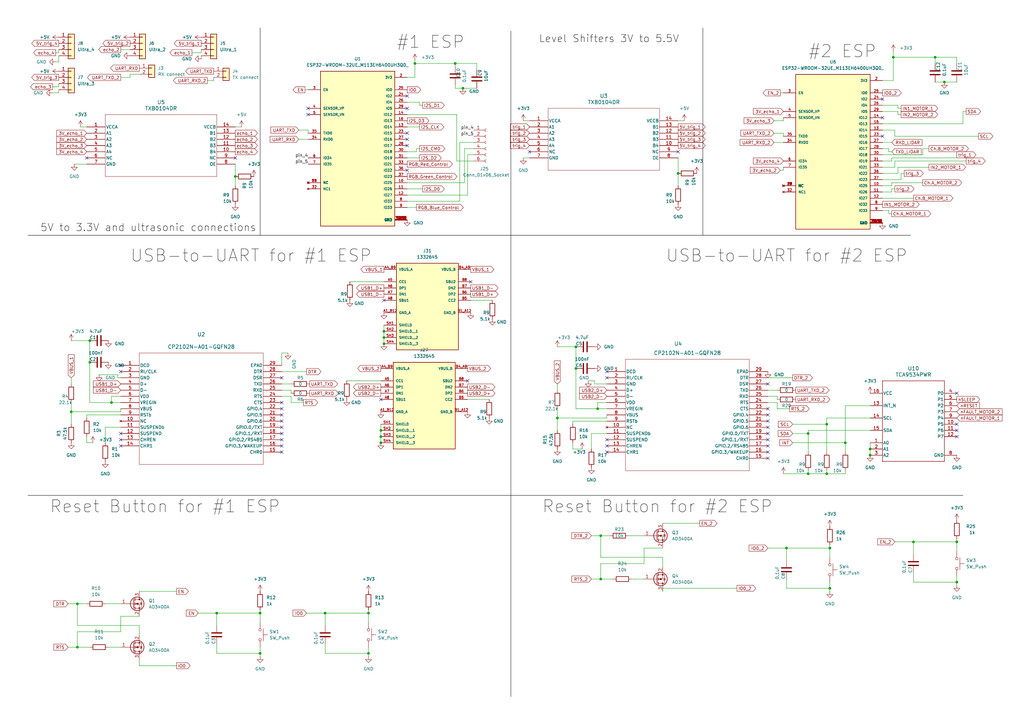
<source format=kicad_sch>
(kicad_sch (version 20230121) (generator eeschema)
  (paper "A3")
  (junction (at 339.09 173.99))
  (junction (at 366.395 23.495))
  (junction (at 339.09 194.31))
  (junction (at 356.87 184.15))
  (junction (at 151.13 267.97))
  (junction (at 383.54 23.495))
  (junction (at 322.58 224.79))
  (junction (at 96.52 72.39))
  (junction (at 189.865 36.195))
  (junction (at 36.83 148.59))
  (junction (at 170.18 26.035))
  (junction (at 31.75 247.65))
  (junction (at 157.48 135.89))
  (junction (at 340.36 241.3))
  (junction (at 392.43 238.76))
  (junction (at 246.38 219.71))
  (junction (at 331.47 194.31))
  (junction (at 157.48 140.97))
  (junction (at 245.11 167.64))
  (junction (at 392.43 222.25))
  (junction (at 236.22 151.13))
  (junction (at 228.6 171.45))
  (junction (at 331.47 177.8))
  (junction (at 88.9 251.46))
  (junction (at 340.36 224.79))
  (junction (at 45.72 165.1))
  (junction (at 157.48 138.43))
  (junction (at 133.35 251.46))
  (junction (at 151.13 251.46))
  (junction (at 156.21 179.07))
  (junction (at 29.21 168.91))
  (junction (at 356.87 186.69))
  (junction (at 387.35 33.655))
  (junction (at 156.21 181.61))
  (junction (at 186.69 26.035))
  (junction (at 36.83 139.7))
  (junction (at 374.65 222.25))
  (junction (at 246.38 237.49))
  (junction (at 236.22 142.24))
  (junction (at 156.21 176.53))
  (junction (at 106.68 251.46))
  (junction (at 346.71 181.61))
  (junction (at 106.68 267.97))
  (junction (at 278.13 71.12))
  (junction (at 31.75 265.43))
  (no_connect (at 361.95 55.88))
  (no_connect (at 126.365 44.45))
  (no_connect (at 115.57 170.18))
  (no_connect (at 115.57 185.42))
  (no_connect (at 115.57 180.34))
  (no_connect (at 193.04 115.57))
  (no_connect (at 314.96 172.72))
  (no_connect (at 248.92 185.42))
  (no_connect (at 314.96 175.26))
  (no_connect (at 167.005 69.85))
  (no_connect (at 49.53 180.34))
  (no_connect (at 392.43 176.53))
  (no_connect (at 167.005 54.61))
  (no_connect (at 314.96 170.18))
  (no_connect (at 217.17 62.23))
  (no_connect (at 361.95 40.64))
  (no_connect (at 167.005 57.15))
  (no_connect (at 361.95 48.26))
  (no_connect (at 126.365 46.99))
  (no_connect (at 115.57 165.1))
  (no_connect (at 49.53 149.86))
  (no_connect (at 248.92 154.94))
  (no_connect (at 248.92 180.34))
  (no_connect (at 314.96 167.64))
  (no_connect (at 96.52 64.77))
  (no_connect (at 314.96 187.96))
  (no_connect (at 167.005 44.45))
  (no_connect (at 314.96 177.8))
  (no_connect (at 392.43 179.07))
  (no_connect (at 115.57 182.88))
  (no_connect (at 157.48 123.19))
  (no_connect (at 49.53 177.8))
  (no_connect (at 248.92 152.4))
  (no_connect (at 49.53 182.88))
  (no_connect (at 392.43 173.99))
  (no_connect (at 49.53 152.4))
  (no_connect (at 115.57 154.94))
  (no_connect (at 115.57 177.8))
  (no_connect (at 314.96 182.88))
  (no_connect (at 278.13 62.23))
  (no_connect (at 115.57 172.72))
  (no_connect (at 314.96 180.34))
  (no_connect (at 156.21 163.83))
  (no_connect (at 115.57 175.26))
  (no_connect (at 392.43 161.29))
  (no_connect (at 314.96 157.48))
  (no_connect (at 115.57 167.64))
  (no_connect (at 167.005 39.37))
  (no_connect (at 167.005 59.69))
  (no_connect (at 314.96 185.42))
  (no_connect (at 35.56 64.77))
  (no_connect (at 248.92 182.88))
  (no_connect (at 191.77 156.21))
  (wire (pts (xy 156.21 179.07) (xy 156.21 181.61)))
  (wire (pts (xy 383.54 23.495) (xy 392.43 23.495)))
  (wire (pts (xy 361.95 63.5) (xy 378.46 63.5)))
  (wire (pts (xy 383.54 23.495) (xy 383.54 26.035)))
  (wire (pts (xy 36.83 139.7) (xy 36.83 148.59)))
  (wire (pts (xy 340.36 224.79) (xy 340.36 228.6)))
  (wire (pts (xy 318.77 162.56) (xy 318.77 163.83)))
  (wire (pts (xy 57.15 270.51) (xy 57.15 273.05)))
  (wire (pts (xy 392.43 222.25) (xy 392.43 220.98)))
  (wire (pts (xy 364.49 62.23) (xy 365.76 62.23)))
  (wire (pts (xy 246.38 228.6) (xy 271.78 228.6)))
  (wire (pts (xy 106.68 265.43) (xy 106.68 267.97)))
  (wire (pts (xy 322.58 237.49) (xy 322.58 241.3)))
  (wire (pts (xy 172.085 41.91) (xy 172.085 43.18)))
  (wire (pts (xy 257.81 219.71) (xy 264.16 219.71)))
  (wire (pts (xy 346.71 194.31) (xy 339.09 194.31)))
  (wire (pts (xy 278.13 49.53) (xy 280.67 49.53)))
  (wire (pts (xy 331.47 193.04) (xy 331.47 194.31)))
  (wire (pts (xy 368.3 44.45) (xy 369.57 44.45)))
  (wire (pts (xy 49.53 252.73) (xy 57.15 252.73)))
  (wire (pts (xy 248.92 167.64) (xy 245.11 167.64)))
  (wire (pts (xy 43.18 175.26) (xy 43.18 181.61)))
  (wire (pts (xy 21.59 35.56) (xy 24.13 35.56)))
  (wire (pts (xy 167.005 77.47) (xy 173.355 77.47)))
  (wire (pts (xy 365.76 77.47) (xy 367.03 77.47)))
  (wire (pts (xy 188.595 82.55) (xy 188.595 58.42)))
  (wire (pts (xy 331.47 177.8) (xy 331.47 185.42)))
  (wire (pts (xy 133.35 251.46) (xy 133.35 256.54)))
  (wire (pts (xy 368.3 45.72) (xy 368.3 46.99)))
  (wire (pts (xy 45.72 165.1) (xy 36.83 165.1)))
  (wire (pts (xy 96.52 52.07) (xy 99.06 52.07)))
  (wire (pts (xy 361.95 58.42) (xy 365.76 58.42)))
  (wire (pts (xy 248.92 165.1) (xy 245.11 165.1)))
  (wire (pts (xy 57.15 256.54) (xy 57.15 260.35)))
  (wire (pts (xy 248.92 172.72) (xy 234.95 172.72)))
  (polyline (pts (xy 11.43 203.2) (xy 394.97 203.2)) (stroke (width 0) (color 0 0 0 1)))
  (wire (pts (xy 151.13 251.46) (xy 151.13 255.27)))
  (wire (pts (xy 364.49 60.96) (xy 364.49 62.23)))
  (wire (pts (xy 367.03 222.25) (xy 374.65 222.25)))
  (wire (pts (xy 191.77 80.01) (xy 191.77 63.5)))
  (wire (pts (xy 339.09 173.99) (xy 339.09 185.42)))
  (wire (pts (xy 38.1 181.61) (xy 35.56 181.61)))
  (wire (pts (xy 378.46 60.96) (xy 381 60.96)))
  (wire (pts (xy 236.22 151.13) (xy 236.22 167.64)))
  (wire (pts (xy 361.95 66.04) (xy 365.76 66.04)))
  (wire (pts (xy 156.21 173.99) (xy 156.21 176.53)))
  (wire (pts (xy 321.31 54.61) (xy 317.5 54.61)))
  (wire (pts (xy 339.09 194.31) (xy 331.47 194.31)))
  (wire (pts (xy 170.18 24.765) (xy 170.18 26.035)))
  (wire (pts (xy 31.75 247.65) (xy 31.75 256.54)))
  (wire (pts (xy 248.92 177.8) (xy 242.57 177.8)))
  (wire (pts (xy 119.38 160.02) (xy 119.38 161.29)))
  (wire (pts (xy 115.57 157.48) (xy 119.38 157.48)))
  (wire (pts (xy 29.21 157.48) (xy 29.21 154.94)))
  (wire (pts (xy 122.555 57.15) (xy 126.365 57.15)))
  (wire (pts (xy 392.43 222.25) (xy 392.43 226.06)))
  (wire (pts (xy 157.48 133.35) (xy 157.48 135.89)))
  (wire (pts (xy 364.49 86.36) (xy 364.49 87.63)))
  (wire (pts (xy 271.78 228.6) (xy 271.78 232.41)))
  (wire (pts (xy 365.76 74.93) (xy 378.46 74.93)))
  (wire (pts (xy 245.11 167.64) (xy 236.22 167.64)))
  (wire (pts (xy 115.57 144.78) (xy 115.57 149.86)))
  (wire (pts (xy 57.15 273.05) (xy 72.39 273.05)))
  (wire (pts (xy 361.95 53.34) (xy 367.03 53.34)))
  (wire (pts (xy 394.97 45.72) (xy 396.24 45.72)))
  (wire (pts (xy 392.43 236.22) (xy 392.43 238.76)))
  (wire (pts (xy 31.75 247.65) (xy 35.56 247.65)))
  (wire (pts (xy 392.43 64.77) (xy 392.43 63.5)))
  (wire (pts (xy 245.11 165.1) (xy 245.11 167.64)))
  (wire (pts (xy 331.47 176.53) (xy 331.47 177.8)))
  (wire (pts (xy 366.395 23.495) (xy 383.54 23.495)))
  (wire (pts (xy 361.95 81.28) (xy 374.65 81.28)))
  (wire (pts (xy 119.38 162.56) (xy 119.38 165.1)))
  (wire (pts (xy 125.73 251.46) (xy 133.35 251.46)))
  (wire (pts (xy 242.57 237.49) (xy 246.38 237.49)))
  (wire (pts (xy 320.04 38.1) (xy 321.31 38.1)))
  (wire (pts (xy 30.48 67.31) (xy 35.56 67.31)))
  (wire (pts (xy 361.95 73.66) (xy 369.57 73.66)))
  (wire (pts (xy 320.04 69.85) (xy 321.31 69.85)))
  (wire (pts (xy 82.55 24.13) (xy 82.55 22.86)))
  (wire (pts (xy 133.35 267.97) (xy 151.13 267.97)))
  (wire (pts (xy 88.9 251.46) (xy 106.68 251.46)))
  (wire (pts (xy 53.34 31.75) (xy 49.53 31.75)))
  (wire (pts (xy 346.71 193.04) (xy 346.71 194.31)))
  (wire (pts (xy 321.31 49.53) (xy 321.31 48.26)))
  (wire (pts (xy 88.9 267.97) (xy 106.68 267.97)))
  (wire (pts (xy 243.84 157.48) (xy 243.84 156.21)))
  (wire (pts (xy 248.92 157.48) (xy 243.84 157.48)))
  (wire (pts (xy 366.395 20.955) (xy 366.395 23.495)))
  (wire (pts (xy 242.57 177.8) (xy 242.57 184.15)))
  (wire (pts (xy 374.65 222.25) (xy 392.43 222.25)))
  (wire (pts (xy 170.18 26.035) (xy 170.18 31.75)))
  (wire (pts (xy 246.38 219.71) (xy 250.19 219.71)))
  (wire (pts (xy 31.75 259.08) (xy 49.53 259.08)))
  (wire (pts (xy 361.95 50.8) (xy 394.97 50.8)))
  (wire (pts (xy 318.77 165.1) (xy 318.77 167.64)))
  (wire (pts (xy 368.3 43.18) (xy 368.3 44.45)))
  (wire (pts (xy 228.6 171.45) (xy 228.6 176.53)))
  (wire (pts (xy 142.24 156.21) (xy 156.21 156.21)))
  (wire (pts (xy 346.71 181.61) (xy 346.71 185.42)))
  (wire (pts (xy 369.57 71.12) (xy 370.84 71.12)))
  (wire (pts (xy 264.16 231.14) (xy 264.16 224.79)))
  (wire (pts (xy 248.92 171.45) (xy 248.92 170.18)))
  (wire (pts (xy 365.76 64.77) (xy 392.43 64.77)))
  (wire (pts (xy 228.6 142.24) (xy 236.22 142.24)))
  (wire (pts (xy 339.09 171.45) (xy 339.09 173.99)))
  (wire (pts (xy 191.77 63.5) (xy 194.31 63.5)))
  (wire (pts (xy 49.53 162.56) (xy 45.72 162.56)))
  (polyline (pts (xy 209.55 12.7) (xy 209.55 95.25)) (stroke (width 0) (color 0 0 0 1)))
  (wire (pts (xy 369.57 73.66) (xy 369.57 71.12)))
  (wire (pts (xy 49.53 175.26) (xy 43.18 175.26)))
  (wire (pts (xy 24.13 38.1) (xy 24.13 36.83)))
  (wire (pts (xy 24.13 34.29) (xy 24.13 35.56)))
  (wire (pts (xy 191.77 163.83) (xy 200.66 163.83)))
  (wire (pts (xy 364.49 87.63) (xy 365.76 87.63)))
  (wire (pts (xy 246.38 219.71) (xy 246.38 228.6)))
  (wire (pts (xy 49.53 168.91) (xy 49.53 167.64)))
  (wire (pts (xy 31.75 265.43) (xy 36.83 265.43)))
  (wire (pts (xy 392.43 238.76) (xy 392.43 240.03)))
  (wire (pts (xy 361.95 71.12) (xy 368.3 71.12)))
  (wire (pts (xy 115.57 162.56) (xy 119.38 162.56)))
  (wire (pts (xy 392.43 33.655) (xy 387.35 33.655)))
  (wire (pts (xy 49.53 20.32) (xy 53.34 20.32)))
  (wire (pts (xy 325.12 177.8) (xy 331.47 177.8)))
  (wire (pts (xy 367.03 53.34) (xy 367.03 55.88)))
  (wire (pts (xy 106.68 251.46) (xy 106.68 255.27)))
  (wire (pts (xy 361.95 60.96) (xy 364.49 60.96)))
  (wire (pts (xy 278.13 71.12) (xy 278.13 64.77)))
  (wire (pts (xy 361.95 33.02) (xy 366.395 33.02)))
  (wire (pts (xy 321.31 194.31) (xy 331.47 194.31)))
  (wire (pts (xy 361.95 43.18) (xy 368.3 43.18)))
  (wire (pts (xy 157.48 135.89) (xy 157.48 138.43)))
  (wire (pts (xy 214.63 49.53) (xy 217.17 49.53)))
  (wire (pts (xy 167.005 41.91) (xy 172.085 41.91)))
  (wire (pts (xy 167.005 31.75) (xy 170.18 31.75)))
  (wire (pts (xy 317.5 49.53) (xy 321.31 49.53)))
  (wire (pts (xy 35.56 181.61) (xy 35.56 179.07)))
  (wire (pts (xy 35.56 170.18) (xy 35.56 171.45)))
  (wire (pts (xy 36.83 148.59) (xy 36.83 165.1)))
  (wire (pts (xy 361.95 45.72) (xy 368.3 45.72)))
  (wire (pts (xy 378.46 63.5) (xy 378.46 60.96)))
  (wire (pts (xy 106.68 251.46) (xy 106.68 250.19)))
  (wire (pts (xy 365.76 78.74) (xy 365.76 77.47)))
  (wire (pts (xy 119.38 165.1) (xy 124.46 165.1)))
  (wire (pts (xy 24.13 20.32) (xy 24.13 21.59)))
  (wire (pts (xy 374.65 238.76) (xy 392.43 238.76)))
  (wire (pts (xy 82.55 20.32) (xy 82.55 21.59)))
  (wire (pts (xy 170.18 26.035) (xy 186.69 26.035)))
  (wire (pts (xy 88.9 251.46) (xy 88.9 256.54)))
  (wire (pts (xy 88.9 264.16) (xy 88.9 267.97)))
  (wire (pts (xy 78.74 21.59) (xy 82.55 21.59)))
  (wire (pts (xy 195.58 28.575) (xy 195.58 26.035)))
  (wire (pts (xy 264.16 224.79) (xy 271.78 224.79)))
  (wire (pts (xy 170.815 60.96) (xy 172.085 60.96)))
  (wire (pts (xy 193.04 123.19) (xy 201.93 123.19)))
  (wire (pts (xy 243.84 156.21) (xy 241.3 156.21)))
  (wire (pts (xy 394.97 45.72) (xy 394.97 50.8)))
  (wire (pts (xy 48.26 154.94) (xy 49.53 154.94)))
  (wire (pts (xy 321.31 55.88) (xy 321.31 54.61)))
  (wire (pts (xy 126.365 53.34) (xy 122.555 53.34)))
  (wire (pts (xy 190.5 74.93) (xy 190.5 60.96)))
  (wire (pts (xy 271.78 241.3) (xy 271.78 242.57)))
  (wire (pts (xy 278.13 76.2) (xy 278.13 71.12)))
  (wire (pts (xy 45.72 162.56) (xy 45.72 165.1)))
  (wire (pts (xy 346.71 166.37) (xy 346.71 181.61)))
  (wire (pts (xy 361.95 68.58) (xy 367.03 68.58)))
  (wire (pts (xy 321.31 68.58) (xy 321.31 69.85)))
  (wire (pts (xy 133.35 251.46) (xy 151.13 251.46)))
  (wire (pts (xy 57.15 242.57) (xy 72.39 242.57)))
  (wire (pts (xy 44.45 265.43) (xy 49.53 265.43)))
  (wire (pts (xy 368.3 46.99) (xy 369.57 46.99)))
  (wire (pts (xy 81.28 251.46) (xy 88.9 251.46)))
  (wire (pts (xy 172.085 43.18) (xy 173.355 43.18)))
  (wire (pts (xy 29.21 168.91) (xy 29.21 173.99)))
  (wire (pts (xy 195.58 36.195) (xy 189.865 36.195)))
  (wire (pts (xy 40.64 153.67) (xy 48.26 153.67)))
  (wire (pts (xy 143.51 115.57) (xy 157.48 115.57)))
  (wire (pts (xy 356.87 184.15) (xy 356.87 186.69)))
  (wire (pts (xy 187.325 66.04) (xy 194.31 66.04)))
  (wire (pts (xy 170.815 62.23) (xy 170.815 60.96)))
  (wire (pts (xy 167.005 62.23) (xy 170.815 62.23)))
  (wire (pts (xy 366.395 23.495) (xy 366.395 33.02)))
  (wire (pts (xy 314.96 162.56) (xy 318.77 162.56)))
  (wire (pts (xy 271.78 214.63) (xy 287.02 214.63)))
  (wire (pts (xy 374.65 234.95) (xy 374.65 238.76)))
  (wire (pts (xy 271.78 241.3) (xy 302.26 241.3)))
  (wire (pts (xy 157.48 138.43) (xy 157.48 140.97)))
  (wire (pts (xy 167.005 46.99) (xy 187.325 46.99)))
  (wire (pts (xy 356.87 166.37) (xy 346.71 166.37)))
  (wire (pts (xy 387.35 33.655) (xy 383.54 33.655)))
  (wire (pts (xy 29.21 139.7) (xy 36.83 139.7)))
  (wire (pts (xy 167.005 85.09) (xy 170.815 85.09)))
  (wire (pts (xy 340.36 224.79) (xy 340.36 223.52)))
  (wire (pts (xy 167.005 82.55) (xy 188.595 82.55)))
  (wire (pts (xy 31.75 265.43) (xy 31.75 259.08)))
  (wire (pts (xy 106.68 267.97) (xy 106.68 269.24)))
  (wire (pts (xy 48.26 153.67) (xy 48.26 154.94)))
  (wire (pts (xy 365.76 76.2) (xy 365.76 74.93)))
  (wire (pts (xy 156.21 176.53) (xy 156.21 179.07)))
  (wire (pts (xy 374.65 222.25) (xy 374.65 227.33)))
  (wire (pts (xy 29.21 168.91) (xy 29.21 165.1)))
  (wire (pts (xy 188.595 58.42) (xy 194.31 58.42)))
  (wire (pts (xy 314.96 160.02) (xy 318.77 160.02)))
  (wire (pts (xy 325.12 181.61) (xy 346.71 181.61)))
  (wire (pts (xy 24.13 25.4) (xy 24.13 22.86)))
  (wire (pts (xy 356.87 181.61) (xy 356.87 184.15)))
  (wire (pts (xy 242.57 219.71) (xy 246.38 219.71)))
  (wire (pts (xy 96.52 72.39) (xy 96.52 67.31)))
  (wire (pts (xy 361.95 78.74) (xy 365.76 78.74)))
  (wire (pts (xy 238.76 184.15) (xy 234.95 184.15)))
  (wire (pts (xy 368.3 68.58) (xy 381 68.58)))
  (wire (pts (xy 340.36 238.76) (xy 340.36 241.3)))
  (wire (pts (xy 234.95 172.72) (xy 234.95 173.99)))
  (wire (pts (xy 367.03 66.04) (xy 396.24 66.04)))
  (wire (pts (xy 392.43 26.035) (xy 392.43 23.495)))
  (wire (pts (xy 186.69 36.195) (xy 186.69 34.925)))
  (wire (pts (xy 367.03 55.88) (xy 401.32 55.88)))
  (polyline (pts (xy 288.29 11.43) (xy 288.29 96.52)) (stroke (width 0) (color 0 0 0 1)))
  (wire (pts (xy 167.005 80.01) (xy 191.77 80.01)))
  (wire (pts (xy 186.69 27.305) (xy 186.69 26.035)))
  (wire (pts (xy 43.18 247.65) (xy 49.53 247.65)))
  (wire (pts (xy 322.58 241.3) (xy 340.36 241.3)))
  (wire (pts (xy 53.34 30.48) (xy 53.34 31.75)))
  (wire (pts (xy 22.86 25.4) (xy 24.13 25.4)))
  (wire (pts (xy 214.63 64.77) (xy 217.17 64.77)))
  (wire (pts (xy 322.58 224.79) (xy 340.36 224.79)))
  (wire (pts (xy 246.38 231.14) (xy 264.16 231.14)))
  (wire (pts (xy 340.36 241.3) (xy 340.36 242.57)))
  (wire (pts (xy 234.95 184.15) (xy 234.95 181.61)))
  (wire (pts (xy 361.95 76.2) (xy 365.76 76.2)))
  (wire (pts (xy 259.08 237.49) (xy 264.16 237.49)))
  (wire (pts (xy 246.38 237.49) (xy 251.46 237.49)))
  (wire (pts (xy 151.13 251.46) (xy 151.13 250.19)))
  (wire (pts (xy 115.57 152.4) (xy 125.73 152.4)))
  (wire (pts (xy 133.35 264.16) (xy 133.35 267.97)))
  (wire (pts (xy 228.6 171.45) (xy 228.6 167.64)))
  (polyline (pts (xy 11.43 96.52) (xy 373.38 96.52)) (stroke (width 0) (color 0 0 0 1)))
  (wire (pts (xy 190.5 60.96) (xy 194.31 60.96)))
  (wire (pts (xy 317.5 58.42) (xy 321.31 58.42)))
  (wire (pts (xy 115.57 160.02) (xy 119.38 160.02)))
  (wire (pts (xy 87.63 31.75) (xy 87.63 33.02)))
  (wire (pts (xy 339.09 193.04) (xy 339.09 194.31)))
  (wire (pts (xy 126.365 54.61) (xy 126.365 53.34)))
  (wire (pts (xy 125.095 36.83) (xy 126.365 36.83)))
  (polyline (pts (xy 106.68 11.43) (xy 106.68 96.52)) (stroke (width 0) (color 0 0 0 1)))
  (wire (pts (xy 361.95 86.36) (xy 364.49 86.36)))
  (wire (pts (xy 246.38 237.49) (xy 246.38 231.14)))
  (wire (pts (xy 21.59 38.1) (xy 24.13 38.1)))
  (wire (pts (xy 322.58 224.79) (xy 322.58 229.87)))
  (wire (pts (xy 325.12 173.99) (xy 339.09 173.99)))
  (wire (pts (xy 96.52 76.2) (xy 96.52 72.39)))
  (wire (pts (xy 365.76 66.04) (xy 365.76 64.77)))
  (wire (pts (xy 49.53 170.18) (xy 35.56 170.18)))
  (wire (pts (xy 31.75 256.54) (xy 57.15 256.54)))
  (wire (pts (xy 314.96 224.79) (xy 322.58 224.79)))
  (wire (pts (xy 367.03 68.58) (xy 367.03 66.04)))
  (wire (pts (xy 49.53 165.1) (xy 45.72 165.1)))
  (wire (pts (xy 49.53 259.08) (xy 49.53 252.73)))
  (wire (pts (xy 118.11 144.78) (xy 115.57 144.78)))
  (wire (pts (xy 356.87 176.53) (xy 331.47 176.53)))
  (wire (pts (xy 189.865 36.195) (xy 186.69 36.195)))
  (wire (pts (xy 167.005 52.07) (xy 172.085 52.07)))
  (wire (pts (xy 356.87 171.45) (xy 339.09 171.45)))
  (wire (pts (xy 151.13 265.43) (xy 151.13 267.97)))
  (wire (pts (xy 368.3 71.12) (xy 368.3 68.58)))
  (wire (pts (xy 314.96 165.1) (xy 318.77 165.1)))
  (wire (pts (xy 314.96 154.94) (xy 325.12 154.94)))
  (wire (pts (xy 57.15 30.48) (xy 53.34 30.48)))
  (wire (pts (xy 85.09 33.02) (xy 87.63 33.02)))
  (wire (pts (xy 29.21 168.91) (xy 49.53 168.91)))
  (wire (pts (xy 318.77 167.64) (xy 323.85 167.64)))
  (wire (pts (xy 228.6 160.02) (xy 228.6 157.48)))
  (wire (pts (xy 167.005 64.77) (xy 172.085 64.77)))
  (wire (pts (xy 167.005 74.93) (xy 190.5 74.93)))
  (wire (pts (xy 187.325 46.99) (xy 187.325 66.04)))
  (wire (pts (xy 22.86 21.59) (xy 24.13 21.59)))
  (wire (pts (xy 236.22 142.24) (xy 236.22 151.13)))
  (wire (pts (xy 186.69 26.035) (xy 195.58 26.035)))
  (wire (pts (xy 27.94 247.65) (xy 31.75 247.65)))
  (wire (pts (xy 33.02 52.07) (xy 35.56 52.07)))
  (wire (pts (xy 228.6 171.45) (xy 248.92 171.45)))
  (wire (pts (xy 27.94 265.43) (xy 31.75 265.43)))
  (wire (pts (xy 151.13 267.97) (xy 151.13 269.24)))
  (polyline (pts (xy 209.55 95.25) (xy 209.55 285.75)) (stroke (width 0) (color 0 0 0 1)))
  (text "Level Shifters 3V to 5.5V" (at 220.98 17.78 0) (effects (font (size 3 3)) (justify left bottom)))
  (text "Reset Button for #2 ESP" (at 222.25 210.82 0) (effects (font (size 5 5)) (justify left bottom)))
  (text "#2 ESP" (at 331.47 24.13 0) (effects (font (size 5 5)) (justify left bottom)))
  (text "5V to 3.3V and ultrasonic connections" (at 16.51 95.25 0) (effects (font (size 3 3)) (justify left bottom)))
  (text "#1 ESP" (at 162.56 20.32 0) (effects (font (size 5 5)) (justify left bottom)))
  (text "USB-to-UART for #2 ESP" (at 273.05 107.95 0) (effects (font (size 5 5)) (justify left bottom)))
  (text "USB-to-UART for #1 ESP" (at 53.34 107.95 0) (effects (font (size 5 5)) (justify left bottom)))
  (text "Reset Button for #1 ESP" (at 20.32 210.82 0) (effects (font (size 5 5)) (justify left bottom)))
  (label "pin_5" (at 194.31 55.88 180))
  (label "pin_4" (at 194.31 53.34 180))
  (label "pin_4" (at 126.365 64.77 180))
  (label "pin_5" (at 126.365 67.31 180))
  (global_label "RGB_Green_Control" (shape output) (at 167.005 72.39 0) (property "Intersheetrefs" "${INTERSHEET_REFS}" (effects hide)))
  (global_label "5V_trig_4" (shape output) (at 24.13 17.78 180) (property "Intersheetrefs" "${INTERSHEET_REFS}" (effects hide)))
  (global_label "VBUS_1" (shape input) (at 29.21 154.94 90) (property "Intersheetrefs" "${INTERSHEET_REFS}" (effects hide)))
  (global_label "I2S_CLK" (shape output) (at 172.085 52.07 0) (property "Intersheetrefs" "${INTERSHEET_REFS}" (effects hide)))
  (global_label "SCL" (shape output) (at 401.32 55.88 0) (property "Intersheetrefs" "${INTERSHEET_REFS}" (effects hide)))
  (global_label "DTR_2" (shape input) (at 242.57 219.71 180) (property "Intersheetrefs" "${INTERSHEET_REFS}" (effects hide)))
  (global_label "UART_TXD_2" (shape output) (at 49.53 31.75 180) (property "Intersheetrefs" "${INTERSHEET_REFS}" (effects hide)))
  (global_label "SDA" (shape input) (at 325.12 177.8 180) (property "Intersheetrefs" "${INTERSHEET_REFS}" (effects hide)))
  (global_label "RGB_Blue_Control" (shape output) (at 170.815 85.09 0) (property "Intersheetrefs" "${INTERSHEET_REFS}" (effects hide)))
  (global_label "UART_TXD" (shape input) (at 122.555 53.34 180) (property "Intersheetrefs" "${INTERSHEET_REFS}" (effects hide)))
  (global_label "UART_RXD_2" (shape output) (at 326.39 163.83 0) (property "Intersheetrefs" "${INTERSHEET_REFS}" (effects hide)))
  (global_label "INT" (shape input) (at 325.12 181.61 180) (property "Intersheetrefs" "${INTERSHEET_REFS}" (effects hide)))
  (global_label "I2S_CMD" (shape output) (at 172.085 60.96 0) (property "Intersheetrefs" "${INTERSHEET_REFS}" (effects hide)))
  (global_label "5V_trig_3" (shape output) (at 278.13 57.15 0) (property "Intersheetrefs" "${INTERSHEET_REFS}" (effects hide)))
  (global_label "3V_echo_1" (shape input) (at 35.56 54.61 180) (property "Intersheetrefs" "${INTERSHEET_REFS}" (effects hide)))
  (global_label "USB1_D-" (shape output) (at 193.04 118.11 0) (property "Intersheetrefs" "${INTERSHEET_REFS}" (effects hide)))
  (global_label "I2S_D1" (shape output) (at 173.355 43.18 0) (property "Intersheetrefs" "${INTERSHEET_REFS}" (effects hide)))
  (global_label "SCL" (shape input) (at 325.12 173.99 180) (property "Intersheetrefs" "${INTERSHEET_REFS}" (effects hide)))
  (global_label "5V_trig_1" (shape output) (at 82.55 17.78 180) (property "Intersheetrefs" "${INTERSHEET_REFS}" (effects hide)))
  (global_label "USB1_D+" (shape output) (at 193.04 120.65 0) (property "Intersheetrefs" "${INTERSHEET_REFS}" (effects hide)))
  (global_label "3V_echo_2" (shape input) (at 35.56 57.15 180) (property "Intersheetrefs" "${INTERSHEET_REFS}" (effects hide)))
  (global_label "3V_echo_4" (shape input) (at 35.56 62.23 180) (property "Intersheetrefs" "${INTERSHEET_REFS}" (effects hide)))
  (global_label "nFAULT_MOTOR_1" (shape input) (at 392.43 171.45 0) (property "Intersheetrefs" "${INTERSHEET_REFS}" (effects hide)))
  (global_label "IN2_MOTOR_1" (shape output) (at 381 68.58 0) (property "Intersheetrefs" "${INTERSHEET_REFS}" (effects hide)))
  (global_label "USB1_D-" (shape input) (at 49.53 160.02 180) (property "Intersheetrefs" "${INTERSHEET_REFS}" (effects hide)))
  (global_label "EN_2" (shape output) (at 287.02 214.63 0) (property "Intersheetrefs" "${INTERSHEET_REFS}" (effects hide)))
  (global_label "IO0_2" (shape input) (at 314.96 224.79 180) (property "Intersheetrefs" "${INTERSHEET_REFS}" (effects hide)))
  (global_label "RTS_2" (shape input) (at 242.57 237.49 180) (property "Intersheetrefs" "${INTERSHEET_REFS}" (effects hide)))
  (global_label "DTR_2" (shape output) (at 325.12 154.94 0) (property "Intersheetrefs" "${INTERSHEET_REFS}" (effects hide)))
  (global_label "EN" (shape input) (at 81.28 251.46 180) (property "Intersheetrefs" "${INTERSHEET_REFS}" (effects hide)))
  (global_label "5V_trig_4" (shape output) (at 278.13 59.69 0) (property "Intersheetrefs" "${INTERSHEET_REFS}" (effects hide)))
  (global_label "UART_RXD_2" (shape output) (at 85.09 33.02 180) (property "Intersheetrefs" "${INTERSHEET_REFS}" (effects hide)))
  (global_label "UART_TXD" (shape output) (at 87.63 29.21 180) (property "Intersheetrefs" "${INTERSHEET_REFS}" (effects hide)))
  (global_label "VBUS_2" (shape input) (at 228.6 157.48 90) (property "Intersheetrefs" "${INTERSHEET_REFS}" (effects hide)))
  (global_label "IO0" (shape input) (at 125.73 251.46 180) (property "Intersheetrefs" "${INTERSHEET_REFS}" (effects hide)))
  (global_label "UART_RXD_2" (shape input) (at 317.5 58.42 180) (property "Intersheetrefs" "${INTERSHEET_REFS}" (effects hide)))
  (global_label "IN1_MOTOR_1" (shape output) (at 369.57 44.45 0) (property "Intersheetrefs" "${INTERSHEET_REFS}" (effects hide)))
  (global_label "trig_1" (shape input) (at 217.17 52.07 180) (property "Intersheetrefs" "${INTERSHEET_REFS}" (effects hide)))
  (global_label "VBUS_1" (shape output) (at 157.48 110.49 180) (property "Intersheetrefs" "${INTERSHEET_REFS}" (effects hide)))
  (global_label "RTS" (shape input) (at 27.94 265.43 180) (property "Intersheetrefs" "${INTERSHEET_REFS}" (effects hide)))
  (global_label "UART_RXD" (shape output) (at 127 161.29 0) (property "Intersheetrefs" "${INTERSHEET_REFS}" (effects hide)))
  (global_label "RTS_2" (shape output) (at 323.85 167.64 0) (property "Intersheetrefs" "${INTERSHEET_REFS}" (effects hide)))
  (global_label "trig_1" (shape output) (at 392.43 63.5 0) (property "Intersheetrefs" "${INTERSHEET_REFS}" (effects hide)))
  (global_label "trig_3" (shape input) (at 217.17 57.15 180) (property "Intersheetrefs" "${INTERSHEET_REFS}" (effects hide)))
  (global_label "VBUS_2" (shape output) (at 156.21 151.13 180) (property "Intersheetrefs" "${INTERSHEET_REFS}" (effects hide)))
  (global_label "EN_2" (shape input) (at 367.03 222.25 180) (property "Intersheetrefs" "${INTERSHEET_REFS}" (effects hide)))
  (global_label "EN" (shape output) (at 72.39 242.57 0) (property "Intersheetrefs" "${INTERSHEET_REFS}" (effects hide)))
  (global_label "nSLEEP" (shape output) (at 392.43 163.83 0) (property "Intersheetrefs" "${INTERSHEET_REFS}" (effects hide)))
  (global_label "I2S_D2" (shape output) (at 172.085 64.77 0) (property "Intersheetrefs" "${INTERSHEET_REFS}" (effects hide)))
  (global_label "IN1_MOTOR_2" (shape output) (at 361.95 83.82 0) (property "Intersheetrefs" "${INTERSHEET_REFS}" (effects hide)))
  (global_label "USB2_D-" (shape output) (at 191.77 158.75 0) (property "Intersheetrefs" "${INTERSHEET_REFS}" (effects hide)))
  (global_label "TXD_LIDAR" (shape input) (at 365.76 62.23 0) (property "Intersheetrefs" "${INTERSHEET_REFS}" (effects hide)))
  (global_label "echo_3" (shape output) (at 21.59 35.56 180) (property "Intersheetrefs" "${INTERSHEET_REFS}" (effects hide)))
  (global_label "echo_1" (shape output) (at 96.52 54.61 0) (property "Intersheetrefs" "${INTERSHEET_REFS}" (effects hide)))
  (global_label "trig_4" (shape input) (at 217.17 59.69 180) (property "Intersheetrefs" "${INTERSHEET_REFS}" (effects hide)))
  (global_label "VBUS_2" (shape output) (at 191.77 151.13 0) (property "Intersheetrefs" "${INTERSHEET_REFS}" (effects hide)))
  (global_label "echo_4" (shape output) (at 96.52 62.23 0) (property "Intersheetrefs" "${INTERSHEET_REFS}" (effects hide)))
  (global_label "3V_echo_3" (shape input) (at 35.56 59.69 180) (property "Intersheetrefs" "${INTERSHEET_REFS}" (effects hide)))
  (global_label "5V_trig_2" (shape output) (at 53.34 17.78 180) (property "Intersheetrefs" "${INTERSHEET_REFS}" (effects hide)))
  (global_label "USB1_D+" (shape output) (at 157.48 118.11 180) (property "Intersheetrefs" "${INTERSHEET_REFS}" (effects hide)))
  (global_label "USB2_D+" (shape output) (at 156.21 158.75 180) (property "Intersheetrefs" "${INTERSHEET_REFS}" (effects hide)))
  (global_label "echo_1" (shape output) (at 78.74 21.59 180) (property "Intersheetrefs" "${INTERSHEET_REFS}" (effects hide)))
  (global_label "IO0" (shape output) (at 72.39 273.05 0) (property "Intersheetrefs" "${INTERSHEET_REFS}" (effects hide)))
  (global_label "DTR" (shape output) (at 125.73 152.4 0) (property "Intersheetrefs" "${INTERSHEET_REFS}" (effects hide)))
  (global_label "USB2_D-" (shape input) (at 248.92 162.56 180) (property "Intersheetrefs" "${INTERSHEET_REFS}" (effects hide)))
  (global_label "UART_RXD" (shape input) (at 122.555 57.15 180) (property "Intersheetrefs" "${INTERSHEET_REFS}" (effects hide)))
  (global_label "DTR" (shape input) (at 27.94 247.65 180) (property "Intersheetrefs" "${INTERSHEET_REFS}" (effects hide)))
  (global_label "Ch.B_MOTOR_1" (shape output) (at 374.65 81.28 0) (property "Intersheetrefs" "${INTERSHEET_REFS}" (effects hide)))
  (global_label "RTS" (shape output) (at 124.46 165.1 0) (property "Intersheetrefs" "${INTERSHEET_REFS}" (effects hide)))
  (global_label "I2S_D3" (shape output) (at 167.005 49.53 0) (property "Intersheetrefs" "${INTERSHEET_REFS}" (effects hide)))
  (global_label "RXD_LIDAR" (shape input) (at 365.76 58.42 0) (property "Intersheetrefs" "${INTERSHEET_REFS}" (effects hide)))
  (global_label "IO0" (shape output) (at 167.005 36.83 0) (property "Intersheetrefs" "${INTERSHEET_REFS}" (effects hide)))
  (global_label "nFAULT_MOTOR_2" (shape input) (at 392.43 168.91 0) (property "Intersheetrefs" "${INTERSHEET_REFS}" (effects hide)))
  (global_label "VBUS_1" (shape output) (at 193.04 110.49 0) (property "Intersheetrefs" "${INTERSHEET_REFS}" (effects hide)))
  (global_label "IO0_2" (shape output) (at 361.95 38.1 0) (property "Intersheetrefs" "${INTERSHEET_REFS}" (effects hide)))
  (global_label "EN" (shape output) (at 125.095 36.83 180) (property "Intersheetrefs" "${INTERSHEET_REFS}" (effects hide)))
  (global_label "UART_TXD_2" (shape output) (at 326.39 160.02 0) (property "Intersheetrefs" "${INTERSHEET_REFS}" (effects hide)))
  (global_label "Ch.A_MOTOR_2" (shape output) (at 378.46 74.93 0) (property "Intersheetrefs" "${INTERSHEET_REFS}" (effects hide)))
  (global_label "5V_trig_3" (shape output) (at 24.13 31.75 180) (property "Intersheetrefs" "${INTERSHEET_REFS}" (effects hide)))
  (global_label "echo_4" (shape output) (at 22.86 21.59 180) (property "Intersheetrefs" "${INTERSHEET_REFS}" (effects hide)))
  (global_label "3V_echo_4" (shape input) (at 321.31 66.04 180) (property "Intersheetrefs" "${INTERSHEET_REFS}" (effects hide)))
  (global_label "Ch.A_MOTOR_1" (shape output) (at 365.76 87.63 0) (property "Intersheetrefs" "${INTERSHEET_REFS}" (effects hide)))
  (global_label "EN_2" (shape output) (at 320.04 38.1 180) (property "Intersheetrefs" "${INTERSHEET_REFS}" (effects hide)))
  (global_label "5V_trig_2" (shape output) (at 278.13 54.61 0) (property "Intersheetrefs" "${INTERSHEET_REFS}" (effects hide)))
  (global_label "trig_2" (shape output) (at 367.03 77.47 0) (property "Intersheetrefs" "${INTERSHEET_REFS}" (effects hide)))
  (global_label "USB2_D+" (shape input) (at 248.92 160.02 180) (property "Intersheetrefs" "${INTERSHEET_REFS}" (effects hide)))
  (global_label "echo_2" (shape output) (at 96.52 57.15 0) (property "Intersheetrefs" "${INTERSHEET_REFS}" (effects hide)))
  (global_label "UART_TXD" (shape output) (at 127 157.48 0) (property "Intersheetrefs" "${INTERSHEET_REFS}" (effects hide)))
  (global_label "UART_TXD_2" (shape input) (at 317.5 54.61 180) (property "Intersheetrefs" "${INTERSHEET_REFS}" (effects hide)))
  (global_label "USB2_D-" (shape output) (at 156.21 161.29 180) (property "Intersheetrefs" "${INTERSHEET_REFS}" (effects hide)))
  (global_label "echo_3" (shape output) (at 96.52 59.69 0) (property "Intersheetrefs" "${INTERSHEET_REFS}" (effects hide)))
  (global_label "IO0_2" (shape output) (at 302.26 241.3 0) (property "Intersheetrefs" "${INTERSHEET_REFS}" (effects hide)))
  (global_label "I2S_D0" (shape output) (at 173.355 77.47 0) (property "Intersheetrefs" "${INTERSHEET_REFS}" (effects hide)))
  (global_label "USB1_D-" (shape output) (at 157.48 120.65 180) (property "Intersheetrefs" "${INTERSHEET_REFS}" (effects hide)))
  (global_label "USB2_D+" (shape output) (at 191.77 161.29 0) (property "Intersheetrefs" "${INTERSHEET_REFS}" (effects hide)))
  (global_label "IN2_MOTOR_2" (shape output) (at 369.57 46.99 0) (property "Intersheetrefs" "${INTERSHEET_REFS}" (effects hide)))
  (global_label "trig_4" (shape output) (at 396.24 66.04 0) (property "Intersheetrefs" "${INTERSHEET_REFS}" (effects hide)))
  (global_label "echo_2" (shape output) (at 49.53 20.32 180) (property "Intersheetrefs" "${INTERSHEET_REFS}" (effects hide)))
  (global_label "trig_3" (shape output) (at 370.84 71.12 0) (property "Intersheetrefs" "${INTERSHEET_REFS}" (effects hide)))
  (global_label "nRESET" (shape input) (at 392.43 166.37 0) (property "Intersheetrefs" "${INTERSHEET_REFS}" (effects hide)))
  (global_label "trig_2" (shape input) (at 217.17 54.61 180) (property "Intersheetrefs" "${INTERSHEET_REFS}" (effects hide)))
  (global_label "RGB_Red_Control" (shape output) (at 167.005 67.31 0) (property "Intersheetrefs" "${INTERSHEET_REFS}" (effects hide)))
  (global_label "USB1_D+" (shape input) (at 49.53 157.48 180) (property "Intersheetrefs" "${INTERSHEET_REFS}" (effects hide)))
  (global_label "3V_echo_3" (shape input) (at 317.5 49.53 180) (property "Intersheetrefs" "${INTERSHEET_REFS}" (effects hide)))
  (global_label "UART_RXD" (shape output) (at 57.15 27.94 180) (property "Intersheetrefs" "${INTERSHEET_REFS}" (effects hide)))
  (global_label "3V_echo_2" (shape input) (at 320.04 69.85 180) (property "Intersheetrefs" "${INTERSHEET_REFS}" (effects hide)))
  (global_label "5V_trig_1" (shape output) (at 278.13 52.07 0) (property "Intersheetrefs" "${INTERSHEET_REFS}" (effects hide)))
  (global_label "Ch.B_MOTOR_2" (shape output) (at 381 60.96 0) (property "Intersheetrefs" "${INTERSHEET_REFS}" (effects hide)))
  (global_label "SDA" (shape output) (at 396.24 45.72 0) (property "Intersheetrefs" "${INTERSHEET_REFS}" (effects hide)))
  (global_label "3V_echo_1" (shape input) (at 321.31 45.72 180) (property "Intersheetrefs" "${INTERSHEET_REFS}" (effects hide)))
  (symbol (lib_id "power:GND") (at 243.84 142.24 90) (unit 1)
    (property "Reference" "#PWR022" (effects hide))
    (property "Value" "GND" (at 247.65 142.24 90) (effects (justify right)))
  )
  (symbol (lib_id "Device:C") (at 40.64 139.7 270) (unit 1)
    (property "Reference" "C1" (at 38.1 138.43 90))
    (property "Value" "4.7uF" (at 39.37 135.89 90))
    (property "Footprint" "Capacitor_SMD:C_0805_2012Metric" (effects hide))
  )
  (symbol (lib_id "power:GND") (at 156.21 168.91 0) (mirror y) (unit 1)
    (property "Reference" "#PWR012" (effects hide))
    (property "Value" "GND" (effects hide))
  )
  (symbol (lib_id "Device:R") (at 123.19 161.29 90) (unit 1)
    (property "Reference" "R6" (at 123.19 163.83 90))
    (property "Value" "0" (at 123.19 161.29 90))
    (property "Footprint" "Resistor_SMD:R_0805_2012Metric" (effects hide))
  )
  (symbol (lib_id "Connector:Conn_01x06_Socket") (at 199.39 58.42 0) (unit 1)
    (property "Reference" "J25" (at 196.85 69.215 0) (effects (justify left)))
    (property "Value" "Conn_01x06_Socket" (at 189.865 71.755 0) (effects (justify left)))
    (property "Footprint" "Connector_PinSocket_2.54mm:PinSocket_1x06_P2.54mm_Vertical" (effects hide))
  )
  (symbol (lib_id "power:+3V3") (at 366.395 20.955 0) (unit 1)
    (property "Reference" "#PWR057" (effects hide))
    (property "Value" "+3V3" (at 368.935 19.685 0) (effects (justify left)))
  )
  (symbol (lib_id "TXB0104DR:TXB0104DR") (at 35.56 52.07 0) (unit 1)
    (property "Reference" "U5" (at 66.04 41.91 0) (effects (font (size 1.524 1.524))))
    (property "Value" "TXB0104DR" (at 66.04 44.45 0) (effects (font (size 1.524 1.524))))
    (property "Footprint" "CSTAR-MainBoard-Footprints:D14" (effects hide))
    (property "Datasheet" "TXB0104DR" (effects hide))
  )
  (symbol (lib_id "Device:R") (at 100.33 72.39 90) (unit 1)
    (property "Reference" "R9" (at 100.33 77.47 0) (effects (justify left)))
    (property "Value" "10k" (at 102.87 77.47 0) (effects (justify left)))
    (property "Footprint" "Resistor_SMD:R_0805_2012Metric" (effects hide))
  )
  (symbol (lib_id "ESP32-WROOM-32UE_M113EH6400UH3Q0_:ESP32-WROOM-32UE_M113EH6400UH3Q0_") (at 341.63 63.5 0) (unit 1)
    (property "Reference" "U6" (at 341.63 25.4 0))
    (property "Value" "ESP32-WROOM-32UE_M113EH6400UH3Q0_" (at 341.63 27.94 0))
    (property "Footprint" "CSTAR-MainBoard-Footprints:MODULE_ESP32-WROOM-32UE_M113EH6400UH3Q0_" (effects hide))
    (property "MF" "Espressif Systems" (effects hide))
    (property "MAXIMUM_PACKAGE_HEIGHT" "3.35 mm" (effects hide))
    (property "Package" "None" (effects hide))
    (property "Price" "None" (effects hide))
    (property "Check_prices" "https://www.snapeda.com/parts/ESP32-WROOM-32UE(M113EH6400UH3Q0)/Espressif+Systems/view-part/?ref=eda" (effects hide))
    (property "STANDARD" "Manufacturer Recommendations" (effects hide))
    (property "PARTREV" "1.2" (effects hide))
    (property "SnapEDA_Link" "https://www.snapeda.com/parts/ESP32-WROOM-32UE(M113EH6400UH3Q0)/Espressif+Systems/view-part/?ref=snap" (effects hide))
    (property "MP" "ESP32-WROOM-32UE(M113EH6400UH3Q0)" (effects hide))
    (property "Description" "\nBluetooth, WiFi 802.11b/g/n, Bluetooth v4.2 +EDR, Class 1, 2 and 3 Transceiver Module 2.4GHz ~ 2.5GHz Antenna Not Included, U.FL Surface Mount\n" (effects hide))
    (property "Availability" "In Stock" (effects hide))
    (property "MANUFACTURER" "Espressif Systems" (effects hide))
  )
  (symbol (lib_id "gpioexpander:TCA9534PWR") (at 356.87 161.29 0) (unit 1)
    (property "Reference" "U10" (at 374.65 151.13 0) (effects (font (size 1.524 1.524))))
    (property "Value" "TCA9534PWR" (at 374.65 153.67 0) (effects (font (size 1.524 1.524))))
    (property "Footprint" "CSTAR-MainBoard-Footprints:PW0016A-IPC_A" (effects hide))
    (property "Datasheet" "TCA9534PWR" (effects hide))
  )
  (symbol (lib_id "power:+3V3") (at 104.14 72.39 0) (unit 1)
    (property "Reference" "#PWR096" (effects hide))
    (property "Value" "+3V3" (at 104.14 67.31 0))
  )
  (symbol (lib_id "Transistor_FET:AO3400A") (at 54.61 265.43 0) (mirror x) (unit 1)
    (property "Reference" "Q2" (at 60.96 264.16 0) (effects (justify left)))
    (property "Value" "AO3400A" (at 60.96 266.7 0) (effects (justify left)))
    (property "Footprint" "Package_TO_SOT_SMD:SOT-23" (effects hide))
    (property "Datasheet" "http://www.aosmd.com/pdfs/datasheet/AO3400A.pdf" (effects hide))
  )
  (symbol (lib_id "power:+3V3") (at 170.18 24.765 0) (unit 1)
    (property "Reference" "#PWR025" (effects hide))
    (property "Value" "+3V3" (at 172.72 23.495 0) (effects (justify left)))
  )
  (symbol (lib_id "power:+5V") (at 53.34 15.24 90) (unit 1)
    (property "Reference" "#PWR045" (effects hide))
    (property "Value" "+5V" (at 49.53 15.24 90) (effects (justify left)))
  )
  (symbol (lib_id "power:+3V3") (at 214.63 49.53 0) (unit 1)
    (property "Reference" "#PWR097" (effects hide))
    (property "Value" "+3V3" (at 214.63 44.45 0))
  )
  (symbol (lib_id "Device:C") (at 240.03 142.24 270) (unit 1)
    (property "Reference" "C5" (at 237.49 140.97 90))
    (property "Value" "4.7uF" (at 238.76 138.43 90))
    (property "Footprint" "Capacitor_SMD:C_0805_2012Metric" (effects hide))
  )
  (symbol (lib_id "Connector_Generic:Conn_01x04") (at 87.63 17.78 0) (unit 1)
    (property "Reference" "J5" (at 90.17 17.78 0) (effects (justify left)))
    (property "Value" "Ultra_1" (at 90.17 20.32 0) (effects (justify left)))
    (property "Footprint" "CSTAR-MainBoard-Footprints:B4B_PH_K_S" (effects hide))
  )
  (symbol (lib_id "Device:R") (at 143.51 119.38 0) (unit 1)
    (property "Reference" "R9" (at 139.7 120.65 0) (effects (justify left)))
    (property "Value" "5.1k" (at 138.43 123.19 0) (effects (justify left)))
    (property "Footprint" "Resistor_SMD:R_0805_2012Metric" (effects hide))
  )
  (symbol (lib_id "CP2102:CP2102N-A01-GQFN28") (at 49.53 149.86 0) (unit 1)
    (property "Reference" "U2" (at 82.55 137.16 0) (effects (font (size 1.524 1.524))))
    (property "Value" "CP2102N-A01-GQFN28" (at 82.55 142.24 0) (effects (font (size 1.524 1.524))))
    (property "Footprint" "CSTAR-MainBoard-Footprints:QFN28_5X5_SIL" (effects hide))
    (property "Datasheet" "CP2102N-A01-GQFN28" (effects hide))
  )
  (symbol (lib_id "power:+5V") (at 82.55 15.24 90) (unit 1)
    (property "Reference" "#PWR047" (effects hide))
    (property "Value" "+5V" (at 78.74 15.24 90) (effects (justify left)))
  )
  (symbol (lib_id "power:GND") (at 193.04 128.27 0) (mirror y) (unit 1)
    (property "Reference" "#PWR012" (effects hide))
    (property "Value" "GND" (effects hide))
  )
  (symbol (lib_id "Switch:SW_Push") (at 106.68 260.35 270) (unit 1)
    (property "Reference" "SW1" (at 110.49 259.08 90) (effects (justify left)))
    (property "Value" "SW_Push" (at 110.49 261.62 90) (effects (justify left)))
    (property "Footprint" "CSTAR-MainBoard-Footprints:SW_1825910-6-4" (effects hide))
  )
  (symbol (lib_id "Device:C") (at 383.54 29.845 180) (unit 1)
    (property "Reference" "C12" (at 384.81 27.305 90))
    (property "Value" "0.1uF" (at 387.35 28.575 90))
    (property "Footprint" "Capacitor_SMD:C_0805_2012Metric" (effects hide))
  )
  (symbol (lib_id "power:+3V3") (at 285.75 71.12 0) (unit 1)
    (property "Reference" "#PWR0116" (effects hide))
    (property "Value" "+3V3" (at 285.75 66.04 0))
  )
  (symbol (lib_id "Device:R") (at 242.57 187.96 0) (unit 1)
    (property "Reference" "R17" (at 245.11 186.69 0) (effects (justify left)))
    (property "Value" "10k" (at 245.11 189.23 0) (effects (justify left)))
    (property "Footprint" "Resistor_SMD:R_0805_2012Metric" (effects hide))
  )
  (symbol (lib_id "Device:R") (at 331.47 189.23 0) (unit 1)
    (property "Reference" "R9" (at 327.66 190.5 0) (effects (justify left)))
    (property "Value" "10k" (at 326.39 193.04 0) (effects (justify left)))
    (property "Footprint" "Resistor_SMD:R_0805_2012Metric" (effects hide))
  )
  (symbol (lib_id "power:+3V3") (at 106.68 242.57 0) (unit 1)
    (property "Reference" "#PWR016" (effects hide))
    (property "Value" "+3V3" (at 106.68 237.49 0))
  )
  (symbol (lib_id "Device:R") (at 322.58 163.83 90) (unit 1)
    (property "Reference" "R20" (at 322.58 166.37 90))
    (property "Value" "0" (at 322.58 163.83 90))
    (property "Footprint" "Resistor_SMD:R_0805_2012Metric" (effects hide))
  )
  (symbol (lib_id "Device:R") (at 96.52 80.01 0) (unit 1)
    (property "Reference" "R9" (at 91.44 80.01 0) (effects (justify left)))
    (property "Value" "10k" (at 91.44 82.55 0) (effects (justify left)))
    (property "Footprint" "Resistor_SMD:R_0805_2012Metric" (effects hide))
  )
  (symbol (lib_id "power:GND") (at 82.55 24.13 270) (unit 1)
    (property "Reference" "#PWR051" (effects hide))
    (property "Value" "GND" (at 78.74 24.13 90) (effects (justify right)))
  )
  (symbol (lib_id "power:GND") (at 43.18 189.23 0) (unit 1)
    (property "Reference" "#PWR03" (effects hide))
    (property "Value" "GND" (at 43.18 194.31 0))
  )
  (symbol (lib_id "Device:R") (at 200.66 167.64 0) (unit 1)
    (property "Reference" "R9" (at 196.85 168.91 0) (effects (justify left)))
    (property "Value" "5.1k" (at 195.58 171.45 0) (effects (justify left)))
    (property "Footprint" "Resistor_SMD:R_0805_2012Metric" (effects hide))
  )
  (symbol (lib_id "power:+3V3") (at 321.31 194.31 0) (unit 1)
    (property "Reference" "#PWR0136" (effects hide))
    (property "Value" "+3V3" (at 321.31 189.23 0))
  )
  (symbol (lib_id "power:GND") (at 314.96 152.4 0) (unit 1)
    (property "Reference" "#PWR027" (effects hide))
    (property "Value" "GND" (at 317.5 153.67 0) (effects (justify left)))
  )
  (symbol (lib_id "Device:R") (at 254 219.71 90) (unit 1)
    (property "Reference" "R23" (at 254 217.17 90))
    (property "Value" "10k" (at 254 219.71 90))
    (property "Footprint" "Resistor_SMD:R_0805_2012Metric" (effects hide))
  )
  (symbol (lib_id "power:GND") (at 21.59 38.1 270) (unit 1)
    (property "Reference" "#PWR049" (effects hide))
    (property "Value" "GND" (at 17.78 38.1 90) (effects (justify right)))
  )
  (symbol (lib_id "power:GND") (at 96.52 83.82 0) (unit 1)
    (property "Reference" "#PWR038" (effects hide))
    (property "Value" "GND" (at 96.52 88.9 0))
  )
  (symbol (lib_id "Device:R") (at 322.58 160.02 90) (unit 1)
    (property "Reference" "R19" (at 322.58 157.48 90))
    (property "Value" "0" (at 322.58 160.02 90))
    (property "Footprint" "Resistor_SMD:R_0805_2012Metric" (effects hide))
  )
  (symbol (lib_id "power:GND") (at 361.95 91.44 0) (unit 1)
    (property "Reference" "#PWR036" (effects hide))
    (property "Value" "GND" (at 364.49 92.71 0) (effects (justify left)))
  )
  (symbol (lib_id "power:GND") (at 214.63 64.77 0) (unit 1)
    (property "Reference" "#PWR035" (effects hide))
    (property "Value" "GND" (at 214.63 69.85 0))
  )
  (symbol (lib_id "Connector_Generic:Conn_01x04") (at 58.42 17.78 0) (unit 1)
    (property "Reference" "J6" (at 60.96 17.78 0) (effects (justify left)))
    (property "Value" "Ultra_2" (at 60.96 20.32 0) (effects (justify left)))
    (property "Footprint" "CSTAR-MainBoard-Footprints:B4B_PH_K_S" (effects hide))
  )
  (symbol (lib_id "power:GND") (at 189.865 36.195 0) (unit 1)
    (property "Reference" "#PWR026" (effects hide))
    (property "Value" "GND" (at 192.405 37.465 0) (effects (justify left)))
  )
  (symbol (lib_id "power:+3V3") (at 356.87 161.29 0) (unit 1)
    (property "Reference" "#PWR0131" (effects hide))
    (property "Value" "+3V3" (at 356.87 156.21 0))
  )
  (symbol (lib_id "Device:R") (at 35.56 175.26 0) (unit 1)
    (property "Reference" "R2" (at 38.1 173.99 0) (effects (justify left)))
    (property "Value" "10k" (at 38.1 176.53 0) (effects (justify left)))
    (property "Footprint" "Resistor_SMD:R_0805_2012Metric" (effects hide))
  )
  (symbol (lib_id "power:GND") (at 340.36 242.57 0) (unit 1)
    (property "Reference" "#PWR034" (effects hide))
    (property "Value" "GND" (at 340.36 247.65 0))
  )
  (symbol (lib_id "power:+5V") (at 99.06 52.07 0) (unit 1)
    (property "Reference" "#PWR039" (effects hide))
    (property "Value" "+5V" (at 99.06 46.99 0))
  )
  (symbol (lib_id "Device:R") (at 228.6 163.83 0) (unit 1)
    (property "Reference" "R7" (at 224.79 165.1 0) (effects (justify left)))
    (property "Value" "22.1k" (at 223.52 167.64 0) (effects (justify left)))
    (property "Footprint" "Resistor_SMD:R_0805_2012Metric" (effects hide))
  )
  (symbol (lib_id "power:GND") (at 392.43 186.69 0) (unit 1)
    (property "Reference" "#PWR014" (effects hide))
    (property "Value" "GND" (at 392.43 191.77 0))
  )
  (symbol (lib_id "power:GND") (at 44.45 148.59 0) (unit 1)
    (property "Reference" "#PWR07" (effects hide))
    (property "Value" "GND" (at 46.99 149.86 0) (effects (justify left)))
  )
  (symbol (lib_id "Transistor_FET:AO3400A") (at 54.61 247.65 0) (unit 1)
    (property "Reference" "Q1" (at 60.96 246.38 0) (effects (justify left)))
    (property "Value" "AO3400A" (at 60.96 248.92 0) (effects (justify left)))
    (property "Footprint" "Package_TO_SOT_SMD:SOT-23" (effects hide))
    (property "Datasheet" "http://www.aosmd.com/pdfs/datasheet/AO3400A.pdf" (effects hide))
  )
  (symbol (lib_id "power:GND") (at 392.43 240.03 0) (unit 1)
    (property "Reference" "#PWR032" (effects hide))
    (property "Value" "GND" (at 392.43 245.11 0))
  )
  (symbol (lib_id "power:GND") (at 200.66 171.45 0) (unit 1)
    (property "Reference" "#PWR014" (effects hide))
    (property "Value" "GND" (at 204.47 172.72 0))
  )
  (symbol (lib_id "Device:R") (at 392.43 217.17 0) (unit 1)
    (property "Reference" "R25" (at 396.24 215.9 0) (effects (justify left)))
    (property "Value" "1k" (at 397.51 218.44 0) (effects (justify left)))
    (property "Footprint" "Resistor_SMD:R_0805_2012Metric" (effects hide))
  )
  (symbol (lib_id "power:GND") (at 22.86 25.4 270) (unit 1)
    (property "Reference" "#PWR052" (effects hide))
    (property "Value" "GND" (at 19.05 25.4 90) (effects (justify right)))
  )
  (symbol (lib_id "ESP32-WROOM-32UE_M113EH6400UH3Q0_:ESP32-WROOM-32UE_M113EH6400UH3Q0_") (at 146.685 62.23 0) (unit 1)
    (property "Reference" "U1" (at 146.685 24.13 0))
    (property "Value" "ESP32-WROOM-32UE_M113EH6400UH3Q0_" (at 146.685 26.67 0))
    (property "Footprint" "CSTAR-MainBoard-Footprints:MODULE_ESP32-WROOM-32UE_M113EH6400UH3Q0_" (effects hide))
    (property "MF" "Espressif Systems" (effects hide))
    (property "MAXIMUM_PACKAGE_HEIGHT" "3.35 mm" (effects hide))
    (property "Package" "None" (effects hide))
    (property "Price" "None" (effects hide))
    (property "Check_prices" "https://www.snapeda.com/parts/ESP32-WROOM-32UE(M113EH6400UH3Q0)/Espressif+Systems/view-part/?ref=eda" (effects hide))
    (property "STANDARD" "Manufacturer Recommendations" (effects hide))
    (property "PARTREV" "1.2" (effects hide))
    (property "SnapEDA_Link" "https://www.snapeda.com/parts/ESP32-WROOM-32UE(M113EH6400UH3Q0)/Espressif+Systems/view-part/?ref=snap" (effects hide))
    (property "MP" "ESP32-WROOM-32UE(M113EH6400UH3Q0)" (effects hide))
    (property "Description" "\nBluetooth, WiFi 802.11b/g/n, Bluetooth v4.2 +EDR, Class 1, 2 and 3 Transceiver Module 2.4GHz ~ 2.5GHz Antenna Not Included, U.FL Surface Mount\n" (effects hide))
    (property "Availability" "In Stock" (effects hide))
    (property "MANUFACTURER" "Espressif Systems" (effects hide))
  )
  (symbol (lib_id "Switch:SW_Push") (at 392.43 231.14 270) (unit 1)
    (property "Reference" "SW3" (at 396.24 229.87 90) (effects (justify left)))
    (property "Value" "SW_Push" (at 396.24 232.41 90) (effects (justify left)))
    (property "Footprint" "CSTAR-MainBoard-Footprints:SW_1825910-6-4" (effects hide))
  )
  (symbol (lib_id "power:GND") (at 156.21 181.61 0) (mirror y) (unit 1)
    (property "Reference" "#PWR012" (effects hide))
    (property "Value" "GND" (effects hide))
  )
  (symbol (lib_id "Device:C") (at 322.58 233.68 0) (unit 1)
    (property "Reference" "C8" (at 321.31 236.22 90))
    (property "Value" "0.1uF" (at 318.77 234.95 90))
    (property "Footprint" "Capacitor_SMD:C_0805_2012Metric" (effects hide))
  )
  (symbol (lib_id "Connector_Generic:Conn_01x02") (at 92.71 29.21 0) (unit 1)
    (property "Reference" "J4" (at 95.25 29.21 0) (effects (justify left)))
    (property "Value" "TX connect" (at 95.25 31.75 0) (effects (justify left)))
    (property "Footprint" "Connector_PinHeader_2.54mm:PinHeader_1x02_P2.54mm_Vertical" (effects hide))
  )
  (symbol (lib_id "Device:R") (at 346.71 189.23 0) (unit 1)
    (property "Reference" "R9" (at 342.9 190.5 0) (effects (justify left)))
    (property "Value" "10k" (at 341.63 193.04 0) (effects (justify left)))
    (property "Footprint" "Resistor_SMD:R_0805_2012Metric" (effects hide))
  )
  (symbol (lib_id "power:GND") (at 151.13 269.24 0) (unit 1)
    (property "Reference" "#PWR018" (effects hide))
    (property "Value" "GND" (at 151.13 274.32 0))
  )
  (symbol (lib_id "Device:C") (at 133.35 260.35 0) (unit 1)
    (property "Reference" "C4" (at 132.08 262.89 90))
    (property "Value" "0.1uF" (at 129.54 261.62 90))
    (property "Footprint" "Capacitor_SMD:C_0805_2012Metric" (effects hide))
  )
  (symbol (lib_id "Connector_Generic:Conn_01x04") (at 29.21 17.78 0) (unit 1)
    (property "Reference" "J8" (at 31.75 17.78 0) (effects (justify left)))
    (property "Value" "Ultra_4" (at 31.75 20.32 0) (effects (justify left)))
    (property "Footprint" "CSTAR-MainBoard-Footprints:B4B_PH_K_S" (effects hide))
  )
  (symbol (lib_id "Switch:SW_Push") (at 151.13 260.35 270) (unit 1)
    (property "Reference" "SW2" (at 154.94 259.08 90) (effects (justify left)))
    (property "Value" "SW_Push" (at 154.94 261.62 90) (effects (justify left)))
    (property "Footprint" "CSTAR-MainBoard-Footprints:SW_1825910-6-4" (effects hide))
  )
  (symbol (lib_id "power:+3V3") (at 238.76 184.15 0) (unit 1)
    (property "Reference" "#PWR09" (effects hide))
    (property "Value" "+3V3" (at 234.95 185.42 0) (effects (justify left)))
  )
  (symbol (lib_id "Device:R") (at 278.13 80.01 0) (unit 1)
    (property "Reference" "R9" (at 273.05 80.01 0) (effects (justify left)))
    (property "Value" "10k" (at 273.05 82.55 0) (effects (justify left)))
    (property "Footprint" "Resistor_SMD:R_0805_2012Metric" (effects hide))
  )
  (symbol (lib_id "power:+5V") (at 24.13 15.24 90) (unit 1)
    (property "Reference" "#PWR048" (effects hide))
    (property "Value" "+5V" (at 20.32 15.24 90) (effects (justify left)))
  )
  (symbol (lib_id "Switch:SW_Push") (at 340.36 233.68 270) (unit 1)
    (property "Reference" "SW4" (at 344.17 232.41 90) (effects (justify left)))
    (property "Value" "SW_Push" (at 344.17 234.95 90) (effects (justify left)))
    (property "Footprint" "CSTAR-MainBoard-Footprints:SW_1825910-6-4" (effects hide))
  )
  (symbol (lib_id "power:GND") (at 40.64 153.67 0) (unit 1)
    (property "Reference" "#PWR01" (effects hide))
    (property "Value" "GND" (at 43.18 154.94 0) (effects (justify left)))
  )
  (symbol (lib_id "Connector_Generic:Conn_01x04") (at 29.21 31.75 0) (unit 1)
    (property "Reference" "J7" (at 31.75 31.75 0) (effects (justify left)))
    (property "Value" "Ultra_3" (at 31.75 34.29 0) (effects (justify left)))
    (property "Footprint" "CSTAR-MainBoard-Footprints:B4B_PH_K_S" (effects hide))
  )
  (symbol (lib_id "Device:C") (at 374.65 231.14 0) (unit 1)
    (property "Reference" "C7" (at 373.38 233.68 90))
    (property "Value" "0.1uF" (at 370.84 232.41 90))
    (property "Footprint" "Capacitor_SMD:C_0805_2012Metric" (effects hide))
  )
  (symbol (lib_id "power:GND") (at 241.3 156.21 0) (unit 1)
    (property "Reference" "#PWR024" (effects hide))
    (property "Value" "GND" (at 237.49 154.94 0) (effects (justify left)))
  )
  (symbol (lib_id "power:GND") (at 242.57 191.77 0) (unit 1)
    (property "Reference" "#PWR021" (effects hide))
    (property "Value" "GND" (at 242.57 196.85 0))
  )
  (symbol (lib_id "TXB0104DR:TXB0104DR") (at 217.17 49.53 0) (unit 1)
    (property "Reference" "U3" (at 247.65 39.37 0) (effects (font (size 1.524 1.524))))
    (property "Value" "TXB0104DR" (at 247.65 41.91 0) (effects (font (size 1.524 1.524))))
    (property "Footprint" "CSTAR-MainBoard-Footprints:D14" (effects hide))
    (property "Datasheet" "TXB0104DR" (effects hide))
  )
  (symbol (lib_id "power:+3V3") (at 340.36 215.9 0) (unit 1)
    (property "Reference" "#PWR033" (effects hide))
    (property "Value" "+3V3" (at 340.36 210.82 0))
  )
  (symbol (lib_id "Device:R") (at 151.13 246.38 0) (unit 1)
    (property "Reference" "R13" (at 153.67 245.11 0) (effects (justify left)))
    (property "Value" "1k" (at 153.67 247.65 0) (effects (justify left)))
    (property "Footprint" "Resistor_SMD:R_0805_2012Metric" (effects hide))
  )
  (symbol (lib_id "power:GND") (at 201.93 130.81 0) (unit 1)
    (property "Reference" "#PWR014" (effects hide))
    (property "Value" "GND" (at 205.74 132.08 0))
  )
  (symbol (lib_id "Device:R") (at 340.36 219.71 0) (unit 1)
    (property "Reference" "R26" (at 342.9 218.44 0) (effects (justify left)))
    (property "Value" "1k" (at 342.9 220.98 0) (effects (justify left)))
    (property "Footprint" "Resistor_SMD:R_0805_2012Metric" (effects hide))
  )
  (symbol (lib_id "power:GND") (at 143.51 123.19 0) (unit 1)
    (property "Reference" "#PWR014" (effects hide))
    (property "Value" "GND" (at 147.32 124.46 0))
  )
  (symbol (lib_id "Device:R") (at 29.21 177.8 180) (unit 1)
    (property "Reference" "R3" (at 24.13 177.8 90))
    (property "Value" "47.5k" (at 26.67 177.8 90))
    (property "Footprint" "Resistor_SMD:R_0805_2012Metric" (effects hide))
  )
  (symbol (lib_id "power:+3V3") (at 33.02 52.07 0) (unit 1)
    (property "Reference" "#PWR076" (effects hide))
    (property "Value" "+3V3" (at 33.02 46.99 0))
  )
  (symbol (lib_id "power:+3V3") (at 38.1 181.61 0) (unit 1)
    (property "Reference" "#PWR010" (effects hide))
    (property "Value" "+3V3" (at 40.64 180.34 0) (effects (justify left)))
  )
  (symbol (lib_id "Device:R") (at 281.94 71.12 90) (unit 1)
    (property "Reference" "R9" (at 281.94 76.2 0) (effects (justify left)))
    (property "Value" "10k" (at 284.48 76.2 0) (effects (justify left)))
    (property "Footprint" "Resistor_SMD:R_0805_2012Metric" (effects hide))
  )
  (symbol (lib_id "1332645:1332645") (at 175.26 120.65 0) (unit 1)
    (property "Reference" "J31" (at 175.26 102.87 0))
    (property "Value" "1332645" (at 175.26 105.41 0))
    (property "Footprint" "CSTAR-MainBoard-Footprints:PHOENIX_1332645" (effects hide))
    (property "PARTREV" "17.01.2022" (effects hide))
    (property "STANDARD" "Manufacturer Recommendations" (effects hide))
    (property "MAXIMUM_PACKAGE_HEIGHT" "3.26mm" (effects hide))
    (property "MANUFACTURER" "Phoenix Contact" (effects hide))
  )
  (symbol (lib_id "1332645:1332645") (at 173.99 161.29 0) (unit 1)
    (property "Reference" "J27" (at 173.99 143.51 0))
    (property "Value" "1332645" (at 173.99 146.05 0))
    (property "Footprint" "CSTAR-MainBoard-Footprints:PHOENIX_1332645" (effects hide))
    (property "PARTREV" "17.01.2022" (effects hide))
    (property "STANDARD" "Manufacturer Recommendations" (effects hide))
    (property "MAXIMUM_PACKAGE_HEIGHT" "3.26mm" (effects hide))
    (property "MANUFACTURER" "Phoenix Contact" (effects hide))
  )
  (symbol (lib_id "power:GND") (at 29.21 181.61 0) (unit 1)
    (property "Reference" "#PWR05" (effects hide))
    (property "Value" "GND" (at 29.21 186.69 0))
  )
  (symbol (lib_id "Connector_Generic:Conn_01x02") (at 62.23 27.94 0) (unit 1)
    (property "Reference" "J3" (at 64.77 27.94 0) (effects (justify left)))
    (property "Value" "RX connect" (at 64.77 30.48 0) (effects (justify left)))
    (property "Footprint" "Connector_PinHeader_2.54mm:PinHeader_1x02_P2.54mm_Vertical" (effects hide))
  )
  (symbol (lib_id "power:GND") (at 44.45 139.7 0) (unit 1)
    (property "Reference" "#PWR06" (effects hide))
    (property "Value" "GND" (at 46.99 140.97 0) (effects (justify left)))
  )
  (symbol (lib_id "Device:R") (at 339.09 189.23 0) (unit 1)
    (property "Reference" "R9" (at 335.28 190.5 0) (effects (justify left)))
    (property "Value" "10k" (at 334.01 193.04 0) (effects (justify left)))
    (property "Footprint" "Resistor_SMD:R_0805_2012Metric" (effects hide))
  )
  (symbol (lib_id "power:GND") (at 278.13 83.82 0) (unit 1)
    (property "Reference" "#PWR038" (effects hide))
    (property "Value" "GND" (at 278.13 88.9 0))
  )
  (symbol (lib_id "Device:R") (at 29.21 161.29 0) (unit 1)
    (property "Reference" "R4" (at 25.4 162.56 0) (effects (justify left)))
    (property "Value" "22.1k" (at 24.13 165.1 0) (effects (justify left)))
    (property "Footprint" "Resistor_SMD:R_0805_2012Metric" (effects hide))
  )
  (symbol (lib_id "power:GND") (at 106.68 269.24 0) (unit 1)
    (property "Reference" "#PWR015" (effects hide))
    (property "Value" "GND" (at 106.68 274.32 0))
  )
  (symbol (lib_id "power:GND") (at 157.48 128.27 0) (mirror y) (unit 1)
    (property "Reference" "#PWR012" (effects hide))
    (property "Value" "GND" (effects hide))
  )
  (symbol (lib_id "Device:C") (at 240.03 151.13 270) (unit 1)
    (property "Reference" "C6" (at 237.49 149.86 90))
    (property "Value" "100nF" (at 238.76 147.32 90))
    (property "Footprint" "Capacitor_SMD:C_0805_2012Metric" (effects hide))
  )
  (symbol (lib_id "Transistor_FET:AO3400A") (at 269.24 237.49 0) (mirror x) (unit 1)
    (property "Reference" "Q4" (at 275.59 236.22 0) (effects (justify left)))
    (property "Value" "AO3400A" (at 275.59 238.76 0) (effects (justify left)))
    (property "Footprint" "Package_TO_SOT_SMD:SOT-23" (effects hide))
    (property "Datasheet" "http://www.aosmd.com/pdfs/datasheet/AO3400A.pdf" (effects hide))
  )
  (symbol (lib_id "Transistor_FET:AO3400A") (at 269.24 219.71 0) (unit 1)
    (property "Reference" "Q3" (at 275.59 218.44 0) (effects (justify left)))
    (property "Value" "AO3400A" (at 275.59 220.98 0) (effects (justify left)))
    (property "Footprint" "Package_TO_SOT_SMD:SOT-23" (effects hide))
    (property "Datasheet" "http://www.aosmd.com/pdfs/datasheet/AO3400A.pdf" (effects hide))
  )
  (symbol (lib_id "power:GND") (at 387.35 33.655 0) (unit 1)
    (property "Reference" "#PWR092" (effects hide))
    (property "Value" "GND" (at 387.35 38.1 0))
  )
  (symbol (lib_id "power:+5V") (at 24.13 29.21 90) (unit 1)
    (property "Reference" "#PWR046" (effects hide))
    (property "Value" "+5V" (at 20.32 29.21 90) (effects (justify left)))
  )
  (symbol (lib_id "power:GND") (at 30.48 67.31 0) (unit 1)
    (property "Reference" "#PWR038" (effects hide))
    (property "Value" "GND" (at 30.48 72.39 0))
  )
  (symbol (lib_id "Device:C") (at 195.58 32.385 180) (unit 1)
    (property "Reference" "C9" (at 196.85 29.845 90))
    (property "Value" "10uF" (at 199.39 31.115 90))
    (property "Footprint" "Capacitor_SMD:C_0805_2012Metric" (effects hide))
  )
  (symbol (lib_id "Device:R") (at 228.6 180.34 180) (unit 1)
    (property "Reference" "R15" (at 223.52 180.34 90))
    (property "Value" "47.5k" (at 226.06 180.34 90))
    (property "Footprint" "Resistor_SMD:R_0805_2012Metric" (effects hide))
  )
  (symbol (lib_id "Device:C") (at 392.43 29.845 180) (unit 1)
    (property "Reference" "C11" (at 393.7 27.305 90))
    (property "Value" "10uF" (at 396.24 28.575 90))
    (property "Footprint" "Capacitor_SMD:C_0805_2012Metric" (effects hide))
  )
  (symbol (lib_id "Device:R") (at 43.18 185.42 0) (unit 1)
    (property "Reference" "R1" (at 45.72 184.15 0) (effects (justify left)))
    (property "Value" "10k" (at 45.72 186.69 0) (effects (justify left)))
    (property "Footprint" "Resistor_SMD:R_0805_2012Metric" (effects hide))
  )
  (symbol (lib_id "Device:C") (at 186.69 31.115 180) (unit 1)
    (property "Reference" "C10" (at 187.96 29.845 90))
    (property "Value" "0.1uF" (at 190.5 31.115 90))
    (property "Footprint" "Capacitor_SMD:C_0805_2012Metric" (effects hide))
  )
  (symbol (lib_id "Device:C") (at 88.9 260.35 0) (unit 1)
    (property "Reference" "C3" (at 87.63 262.89 90))
    (property "Value" "0.1uF" (at 85.09 261.62 90))
    (property "Footprint" "Capacitor_SMD:C_0805_2012Metric" (effects hide))
  )
  (symbol (lib_id "power:GND") (at 157.48 140.97 0) (mirror y) (unit 1)
    (property "Reference" "#PWR012" (effects hide))
    (property "Value" "GND" (effects hide))
  )
  (symbol (lib_id "power:GND") (at 356.87 186.69 0) (unit 1)
    (property "Reference" "#PWR014" (effects hide))
    (property "Value" "GND" (at 356.87 191.77 0))
  )
  (symbol (lib_id "power:+3V3") (at 151.13 242.57 0) (unit 1)
    (property "Reference" "#PWR017" (effects hide))
    (property "Value" "+3V3" (at 151.13 237.49 0))
  )
  (symbol (lib_id "power:+3V3") (at 228.6 142.24 0) (unit 1)
    (property "Reference" "#PWR08" (effects hide))
    (property "Value" "+3V3" (at 228.6 138.43 0) (effects (justify left)))
  )
  (symbol (lib_id "power:+5V") (at 280.67 49.53 0) (unit 1)
    (property "Reference" "#PWR020" (effects hide))
    (property "Value" "+5V" (at 280.67 44.45 0))
  )
  (symbol (lib_id "power:GND") (at 167.005 90.17 0) (unit 1)
    (property "Reference" "#PWR026" (effects hide))
    (property "Value" "GND" (at 169.545 91.44 0) (effects (justify left)))
  )
  (symbol (lib_id "power:+3V3") (at 392.43 213.36 0) (unit 1)
    (property "Reference" "#PWR031" (effects hide))
    (property "Value" "+3V3" (at 392.43 208.28 0))
  )
  (symbol (lib_id "Device:R") (at 201.93 127 0) (unit 1)
    (property "Reference" "R9" (at 198.12 128.27 0) (effects (justify left)))
    (property "Value" "5.1k" (at 196.85 130.81 0) (effects (justify left)))
    (property "Footprint" "Resistor_SMD:R_0805_2012Metric" (effects hide))
  )
  (symbol (lib_id "CP2102:CP2102N-A01-GQFN28") (at 248.92 152.4 0) (unit 1)
    (property "Reference" "U4" (at 278.13 140.97 0) (effects (font (size 1.524 1.524))))
    (property "Value" "CP2102N-A01-GQFN28" (at 281.94 144.78 0) (effects (font (size 1.524 1.524))))
    (property "Footprint" "CSTAR-MainBoard-Footprints:QFN28_5X5_SIL" (effects hide))
    (property "Datasheet" "CP2102N-A01-GQFN28" (effects hide))
  )
  (symbol (lib_id "power:GND") (at 228.6 184.15 0) (unit 1)
    (property "Reference" "#PWR04" (effects hide))
    (property "Value" "GND" (at 228.6 189.23 0))
  )
  (symbol (lib_id "power:GND") (at 118.11 144.78 0) (unit 1)
    (property "Reference" "#PWR02" (effects hide))
    (property "Value" "GND" (at 120.65 147.32 90) (effects (justify right)))
  )
  (symbol (lib_id "power:GND") (at 53.34 22.86 270) (unit 1)
    (property "Reference" "#PWR050" (effects hide))
    (property "Value" "GND" (at 49.53 22.86 90) (effects (justify right)))
  )
  (symbol (lib_id "Device:R") (at 234.95 177.8 0) (unit 1)
    (property "Reference" "R16" (at 237.49 176.53 0) (effects (justify left)))
    (property "Value" "10k" (at 237.49 179.07 0) (effects (justify left)))
    (property "Footprint" "Resistor_SMD:R_0805_2012Metric" (effects hide))
  )
  (symbol (lib_id "Device:R") (at 142.24 160.02 0) (unit 1)
    (property "Reference" "R9" (at 138.43 161.29 0) (effects (justify left)))
    (property "Value" "5.1k" (at 137.16 163.83 0) (effects (justify left)))
    (property "Footprint" "Resistor_SMD:R_0805_2012Metric" (effects hide))
  )
  (symbol (lib_id "Device:C") (at 40.64 148.59 270) (unit 1)
    (property "Reference" "C2" (at 38.1 147.32 90))
    (property "Value" "100nF" (at 39.37 144.78 90))
    (property "Footprint" "Capacitor_SMD:C_0805_2012Metric" (effects hide))
  )
  (symbol (lib_id "Device:R") (at 123.19 157.48 90) (unit 1)
    (property "Reference" "R5" (at 123.19 154.94 90))
    (property "Value" "0" (at 123.19 157.48 90))
    (property "Footprint" "Resistor_SMD:R_0805_2012Metric" (effects hide))
  )
  (symbol (lib_id "power:GND") (at 142.24 163.83 0) (unit 1)
    (property "Reference" "#PWR014" (effects hide))
    (property "Value" "GND" (at 146.05 165.1 0))
  )
  (symbol (lib_id "power:+3V3") (at 29.21 139.7 0) (unit 1)
    (property "Reference" "#PWR011" (effects hide))
    (property "Value" "+3V3" (at 29.21 135.89 0) (effects (justify left)))
  )
  (symbol (lib_id "power:GND") (at 243.84 151.13 90) (unit 1)
    (property "Reference" "#PWR023" (effects hide))
    (property "Value" "GND" (at 247.65 151.13 90) (effects (justify right)))
  )
  (symbol (lib_id "Device:R") (at 106.68 246.38 0) (unit 1)
    (property "Reference" "R12" (at 109.22 245.11 0) (effects (justify left)))
    (property "Value" "1k" (at 109.22 247.65 0) (effects (justify left)))
    (property "Footprint" "Resistor_SMD:R_0805_2012Metric" (effects hide))
  )
  (symbol (lib_id "Device:R") (at 39.37 247.65 90) (unit 1)
    (property "Reference" "R10" (at 39.37 241.3 90))
    (property "Value" "10k" (at 39.37 243.84 90))
    (property "Footprint" "Resistor_SMD:R_0805_2012Metric" (effects hide))
  )
  (symbol (lib_id "Device:R") (at 255.27 237.49 90) (unit 1)
    (property "Reference" "R24" (at 255.27 231.14 90))
    (property "Value" "10k" (at 255.27 233.68 90))
    (property "Footprint" "Resistor_SMD:R_0805_2012Metric" (effects hide))
  )
  (symbol (lib_id "Device:R") (at 40.64 265.43 90) (unit 1)
    (property "Reference" "R11" (at 40.64 259.08 90))
    (property "Value" "10k" (at 40.64 261.62 90))
    (property "Footprint" "Resistor_SMD:R_0805_2012Metric" (effects hide))
  )
  (symbol (lib_id "power:GND") (at 191.77 168.91 0) (mirror y) (unit 1)
    (property "Reference" "#PWR012" (effects hide))
    (property "Value" "GND" (effects hide))
  )
)
</source>
